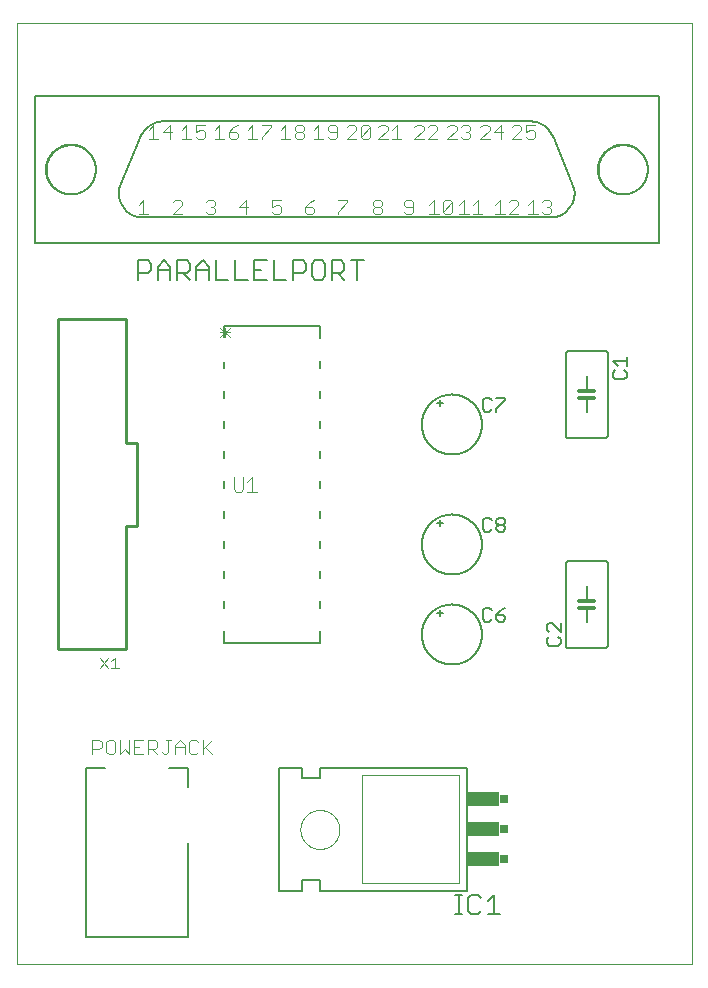
<source format=gto>
G75*
%MOIN*%
%OFA0B0*%
%FSLAX25Y25*%
%IPPOS*%
%LPD*%
%AMOC8*
5,1,8,0,0,1.08239X$1,22.5*
%
%ADD10C,0.00000*%
%ADD11C,0.01200*%
%ADD12C,0.00600*%
%ADD13C,0.00500*%
%ADD14C,0.00200*%
%ADD15R,0.02500X0.03000*%
%ADD16R,0.11000X0.05000*%
%ADD17C,0.00700*%
%ADD18C,0.00400*%
%ADD19C,0.00800*%
%ADD20C,0.00300*%
%ADD21C,0.01000*%
D10*
X0001800Y0001800D02*
X0001800Y0315501D01*
X0226721Y0315501D01*
X0226721Y0001800D01*
X0001800Y0001800D01*
X0096300Y0046800D02*
X0096302Y0046961D01*
X0096308Y0047121D01*
X0096318Y0047282D01*
X0096332Y0047442D01*
X0096350Y0047602D01*
X0096371Y0047761D01*
X0096397Y0047920D01*
X0096427Y0048078D01*
X0096460Y0048235D01*
X0096498Y0048392D01*
X0096539Y0048547D01*
X0096584Y0048701D01*
X0096633Y0048854D01*
X0096686Y0049006D01*
X0096742Y0049157D01*
X0096803Y0049306D01*
X0096866Y0049454D01*
X0096934Y0049600D01*
X0097005Y0049744D01*
X0097079Y0049886D01*
X0097157Y0050027D01*
X0097239Y0050165D01*
X0097324Y0050302D01*
X0097412Y0050436D01*
X0097504Y0050568D01*
X0097599Y0050698D01*
X0097697Y0050826D01*
X0097798Y0050951D01*
X0097902Y0051073D01*
X0098009Y0051193D01*
X0098119Y0051310D01*
X0098232Y0051425D01*
X0098348Y0051536D01*
X0098467Y0051645D01*
X0098588Y0051750D01*
X0098712Y0051853D01*
X0098838Y0051953D01*
X0098966Y0052049D01*
X0099097Y0052142D01*
X0099231Y0052232D01*
X0099366Y0052319D01*
X0099504Y0052402D01*
X0099643Y0052482D01*
X0099785Y0052558D01*
X0099928Y0052631D01*
X0100073Y0052700D01*
X0100220Y0052766D01*
X0100368Y0052828D01*
X0100518Y0052886D01*
X0100669Y0052941D01*
X0100822Y0052992D01*
X0100976Y0053039D01*
X0101131Y0053082D01*
X0101287Y0053121D01*
X0101443Y0053157D01*
X0101601Y0053188D01*
X0101759Y0053216D01*
X0101918Y0053240D01*
X0102078Y0053260D01*
X0102238Y0053276D01*
X0102398Y0053288D01*
X0102559Y0053296D01*
X0102720Y0053300D01*
X0102880Y0053300D01*
X0103041Y0053296D01*
X0103202Y0053288D01*
X0103362Y0053276D01*
X0103522Y0053260D01*
X0103682Y0053240D01*
X0103841Y0053216D01*
X0103999Y0053188D01*
X0104157Y0053157D01*
X0104313Y0053121D01*
X0104469Y0053082D01*
X0104624Y0053039D01*
X0104778Y0052992D01*
X0104931Y0052941D01*
X0105082Y0052886D01*
X0105232Y0052828D01*
X0105380Y0052766D01*
X0105527Y0052700D01*
X0105672Y0052631D01*
X0105815Y0052558D01*
X0105957Y0052482D01*
X0106096Y0052402D01*
X0106234Y0052319D01*
X0106369Y0052232D01*
X0106503Y0052142D01*
X0106634Y0052049D01*
X0106762Y0051953D01*
X0106888Y0051853D01*
X0107012Y0051750D01*
X0107133Y0051645D01*
X0107252Y0051536D01*
X0107368Y0051425D01*
X0107481Y0051310D01*
X0107591Y0051193D01*
X0107698Y0051073D01*
X0107802Y0050951D01*
X0107903Y0050826D01*
X0108001Y0050698D01*
X0108096Y0050568D01*
X0108188Y0050436D01*
X0108276Y0050302D01*
X0108361Y0050165D01*
X0108443Y0050027D01*
X0108521Y0049886D01*
X0108595Y0049744D01*
X0108666Y0049600D01*
X0108734Y0049454D01*
X0108797Y0049306D01*
X0108858Y0049157D01*
X0108914Y0049006D01*
X0108967Y0048854D01*
X0109016Y0048701D01*
X0109061Y0048547D01*
X0109102Y0048392D01*
X0109140Y0048235D01*
X0109173Y0048078D01*
X0109203Y0047920D01*
X0109229Y0047761D01*
X0109250Y0047602D01*
X0109268Y0047442D01*
X0109282Y0047282D01*
X0109292Y0047121D01*
X0109298Y0046961D01*
X0109300Y0046800D01*
X0109298Y0046639D01*
X0109292Y0046479D01*
X0109282Y0046318D01*
X0109268Y0046158D01*
X0109250Y0045998D01*
X0109229Y0045839D01*
X0109203Y0045680D01*
X0109173Y0045522D01*
X0109140Y0045365D01*
X0109102Y0045208D01*
X0109061Y0045053D01*
X0109016Y0044899D01*
X0108967Y0044746D01*
X0108914Y0044594D01*
X0108858Y0044443D01*
X0108797Y0044294D01*
X0108734Y0044146D01*
X0108666Y0044000D01*
X0108595Y0043856D01*
X0108521Y0043714D01*
X0108443Y0043573D01*
X0108361Y0043435D01*
X0108276Y0043298D01*
X0108188Y0043164D01*
X0108096Y0043032D01*
X0108001Y0042902D01*
X0107903Y0042774D01*
X0107802Y0042649D01*
X0107698Y0042527D01*
X0107591Y0042407D01*
X0107481Y0042290D01*
X0107368Y0042175D01*
X0107252Y0042064D01*
X0107133Y0041955D01*
X0107012Y0041850D01*
X0106888Y0041747D01*
X0106762Y0041647D01*
X0106634Y0041551D01*
X0106503Y0041458D01*
X0106369Y0041368D01*
X0106234Y0041281D01*
X0106096Y0041198D01*
X0105957Y0041118D01*
X0105815Y0041042D01*
X0105672Y0040969D01*
X0105527Y0040900D01*
X0105380Y0040834D01*
X0105232Y0040772D01*
X0105082Y0040714D01*
X0104931Y0040659D01*
X0104778Y0040608D01*
X0104624Y0040561D01*
X0104469Y0040518D01*
X0104313Y0040479D01*
X0104157Y0040443D01*
X0103999Y0040412D01*
X0103841Y0040384D01*
X0103682Y0040360D01*
X0103522Y0040340D01*
X0103362Y0040324D01*
X0103202Y0040312D01*
X0103041Y0040304D01*
X0102880Y0040300D01*
X0102720Y0040300D01*
X0102559Y0040304D01*
X0102398Y0040312D01*
X0102238Y0040324D01*
X0102078Y0040340D01*
X0101918Y0040360D01*
X0101759Y0040384D01*
X0101601Y0040412D01*
X0101443Y0040443D01*
X0101287Y0040479D01*
X0101131Y0040518D01*
X0100976Y0040561D01*
X0100822Y0040608D01*
X0100669Y0040659D01*
X0100518Y0040714D01*
X0100368Y0040772D01*
X0100220Y0040834D01*
X0100073Y0040900D01*
X0099928Y0040969D01*
X0099785Y0041042D01*
X0099643Y0041118D01*
X0099504Y0041198D01*
X0099366Y0041281D01*
X0099231Y0041368D01*
X0099097Y0041458D01*
X0098966Y0041551D01*
X0098838Y0041647D01*
X0098712Y0041747D01*
X0098588Y0041850D01*
X0098467Y0041955D01*
X0098348Y0042064D01*
X0098232Y0042175D01*
X0098119Y0042290D01*
X0098009Y0042407D01*
X0097902Y0042527D01*
X0097798Y0042649D01*
X0097697Y0042774D01*
X0097599Y0042902D01*
X0097504Y0043032D01*
X0097412Y0043164D01*
X0097324Y0043298D01*
X0097239Y0043435D01*
X0097157Y0043573D01*
X0097079Y0043714D01*
X0097005Y0043856D01*
X0096934Y0044000D01*
X0096866Y0044146D01*
X0096803Y0044294D01*
X0096742Y0044443D01*
X0096686Y0044594D01*
X0096633Y0044746D01*
X0096584Y0044899D01*
X0096539Y0045053D01*
X0096498Y0045208D01*
X0096460Y0045365D01*
X0096427Y0045522D01*
X0096397Y0045680D01*
X0096371Y0045839D01*
X0096350Y0045998D01*
X0096332Y0046158D01*
X0096318Y0046318D01*
X0096308Y0046479D01*
X0096302Y0046639D01*
X0096300Y0046800D01*
X0011700Y0266800D02*
X0011702Y0266999D01*
X0011710Y0267197D01*
X0011722Y0267396D01*
X0011739Y0267594D01*
X0011761Y0267792D01*
X0011788Y0267989D01*
X0011819Y0268185D01*
X0011856Y0268380D01*
X0011897Y0268575D01*
X0011943Y0268768D01*
X0011993Y0268960D01*
X0012049Y0269151D01*
X0012109Y0269341D01*
X0012173Y0269529D01*
X0012243Y0269715D01*
X0012317Y0269900D01*
X0012395Y0270082D01*
X0012478Y0270263D01*
X0012565Y0270442D01*
X0012656Y0270618D01*
X0012752Y0270792D01*
X0012852Y0270964D01*
X0012957Y0271133D01*
X0013065Y0271300D01*
X0013178Y0271464D01*
X0013294Y0271625D01*
X0013414Y0271783D01*
X0013539Y0271939D01*
X0013667Y0272091D01*
X0013798Y0272240D01*
X0013934Y0272385D01*
X0014072Y0272528D01*
X0014215Y0272666D01*
X0014360Y0272802D01*
X0014509Y0272933D01*
X0014661Y0273061D01*
X0014817Y0273186D01*
X0014975Y0273306D01*
X0015136Y0273422D01*
X0015300Y0273535D01*
X0015467Y0273643D01*
X0015636Y0273748D01*
X0015808Y0273848D01*
X0015982Y0273944D01*
X0016158Y0274035D01*
X0016337Y0274122D01*
X0016518Y0274205D01*
X0016700Y0274283D01*
X0016885Y0274357D01*
X0017071Y0274427D01*
X0017259Y0274491D01*
X0017449Y0274551D01*
X0017640Y0274607D01*
X0017832Y0274657D01*
X0018025Y0274703D01*
X0018220Y0274744D01*
X0018415Y0274781D01*
X0018611Y0274812D01*
X0018808Y0274839D01*
X0019006Y0274861D01*
X0019204Y0274878D01*
X0019403Y0274890D01*
X0019601Y0274898D01*
X0019800Y0274900D01*
X0019999Y0274898D01*
X0020197Y0274890D01*
X0020396Y0274878D01*
X0020594Y0274861D01*
X0020792Y0274839D01*
X0020989Y0274812D01*
X0021185Y0274781D01*
X0021380Y0274744D01*
X0021575Y0274703D01*
X0021768Y0274657D01*
X0021960Y0274607D01*
X0022151Y0274551D01*
X0022341Y0274491D01*
X0022529Y0274427D01*
X0022715Y0274357D01*
X0022900Y0274283D01*
X0023082Y0274205D01*
X0023263Y0274122D01*
X0023442Y0274035D01*
X0023618Y0273944D01*
X0023792Y0273848D01*
X0023964Y0273748D01*
X0024133Y0273643D01*
X0024300Y0273535D01*
X0024464Y0273422D01*
X0024625Y0273306D01*
X0024783Y0273186D01*
X0024939Y0273061D01*
X0025091Y0272933D01*
X0025240Y0272802D01*
X0025385Y0272666D01*
X0025528Y0272528D01*
X0025666Y0272385D01*
X0025802Y0272240D01*
X0025933Y0272091D01*
X0026061Y0271939D01*
X0026186Y0271783D01*
X0026306Y0271625D01*
X0026422Y0271464D01*
X0026535Y0271300D01*
X0026643Y0271133D01*
X0026748Y0270964D01*
X0026848Y0270792D01*
X0026944Y0270618D01*
X0027035Y0270442D01*
X0027122Y0270263D01*
X0027205Y0270082D01*
X0027283Y0269900D01*
X0027357Y0269715D01*
X0027427Y0269529D01*
X0027491Y0269341D01*
X0027551Y0269151D01*
X0027607Y0268960D01*
X0027657Y0268768D01*
X0027703Y0268575D01*
X0027744Y0268380D01*
X0027781Y0268185D01*
X0027812Y0267989D01*
X0027839Y0267792D01*
X0027861Y0267594D01*
X0027878Y0267396D01*
X0027890Y0267197D01*
X0027898Y0266999D01*
X0027900Y0266800D01*
X0027898Y0266601D01*
X0027890Y0266403D01*
X0027878Y0266204D01*
X0027861Y0266006D01*
X0027839Y0265808D01*
X0027812Y0265611D01*
X0027781Y0265415D01*
X0027744Y0265220D01*
X0027703Y0265025D01*
X0027657Y0264832D01*
X0027607Y0264640D01*
X0027551Y0264449D01*
X0027491Y0264259D01*
X0027427Y0264071D01*
X0027357Y0263885D01*
X0027283Y0263700D01*
X0027205Y0263518D01*
X0027122Y0263337D01*
X0027035Y0263158D01*
X0026944Y0262982D01*
X0026848Y0262808D01*
X0026748Y0262636D01*
X0026643Y0262467D01*
X0026535Y0262300D01*
X0026422Y0262136D01*
X0026306Y0261975D01*
X0026186Y0261817D01*
X0026061Y0261661D01*
X0025933Y0261509D01*
X0025802Y0261360D01*
X0025666Y0261215D01*
X0025528Y0261072D01*
X0025385Y0260934D01*
X0025240Y0260798D01*
X0025091Y0260667D01*
X0024939Y0260539D01*
X0024783Y0260414D01*
X0024625Y0260294D01*
X0024464Y0260178D01*
X0024300Y0260065D01*
X0024133Y0259957D01*
X0023964Y0259852D01*
X0023792Y0259752D01*
X0023618Y0259656D01*
X0023442Y0259565D01*
X0023263Y0259478D01*
X0023082Y0259395D01*
X0022900Y0259317D01*
X0022715Y0259243D01*
X0022529Y0259173D01*
X0022341Y0259109D01*
X0022151Y0259049D01*
X0021960Y0258993D01*
X0021768Y0258943D01*
X0021575Y0258897D01*
X0021380Y0258856D01*
X0021185Y0258819D01*
X0020989Y0258788D01*
X0020792Y0258761D01*
X0020594Y0258739D01*
X0020396Y0258722D01*
X0020197Y0258710D01*
X0019999Y0258702D01*
X0019800Y0258700D01*
X0019601Y0258702D01*
X0019403Y0258710D01*
X0019204Y0258722D01*
X0019006Y0258739D01*
X0018808Y0258761D01*
X0018611Y0258788D01*
X0018415Y0258819D01*
X0018220Y0258856D01*
X0018025Y0258897D01*
X0017832Y0258943D01*
X0017640Y0258993D01*
X0017449Y0259049D01*
X0017259Y0259109D01*
X0017071Y0259173D01*
X0016885Y0259243D01*
X0016700Y0259317D01*
X0016518Y0259395D01*
X0016337Y0259478D01*
X0016158Y0259565D01*
X0015982Y0259656D01*
X0015808Y0259752D01*
X0015636Y0259852D01*
X0015467Y0259957D01*
X0015300Y0260065D01*
X0015136Y0260178D01*
X0014975Y0260294D01*
X0014817Y0260414D01*
X0014661Y0260539D01*
X0014509Y0260667D01*
X0014360Y0260798D01*
X0014215Y0260934D01*
X0014072Y0261072D01*
X0013934Y0261215D01*
X0013798Y0261360D01*
X0013667Y0261509D01*
X0013539Y0261661D01*
X0013414Y0261817D01*
X0013294Y0261975D01*
X0013178Y0262136D01*
X0013065Y0262300D01*
X0012957Y0262467D01*
X0012852Y0262636D01*
X0012752Y0262808D01*
X0012656Y0262982D01*
X0012565Y0263158D01*
X0012478Y0263337D01*
X0012395Y0263518D01*
X0012317Y0263700D01*
X0012243Y0263885D01*
X0012173Y0264071D01*
X0012109Y0264259D01*
X0012049Y0264449D01*
X0011993Y0264640D01*
X0011943Y0264832D01*
X0011897Y0265025D01*
X0011856Y0265220D01*
X0011819Y0265415D01*
X0011788Y0265611D01*
X0011761Y0265808D01*
X0011739Y0266006D01*
X0011722Y0266204D01*
X0011710Y0266403D01*
X0011702Y0266601D01*
X0011700Y0266800D01*
X0195700Y0266800D02*
X0195702Y0266999D01*
X0195710Y0267197D01*
X0195722Y0267396D01*
X0195739Y0267594D01*
X0195761Y0267792D01*
X0195788Y0267989D01*
X0195819Y0268185D01*
X0195856Y0268380D01*
X0195897Y0268575D01*
X0195943Y0268768D01*
X0195993Y0268960D01*
X0196049Y0269151D01*
X0196109Y0269341D01*
X0196173Y0269529D01*
X0196243Y0269715D01*
X0196317Y0269900D01*
X0196395Y0270082D01*
X0196478Y0270263D01*
X0196565Y0270442D01*
X0196656Y0270618D01*
X0196752Y0270792D01*
X0196852Y0270964D01*
X0196957Y0271133D01*
X0197065Y0271300D01*
X0197178Y0271464D01*
X0197294Y0271625D01*
X0197414Y0271783D01*
X0197539Y0271939D01*
X0197667Y0272091D01*
X0197798Y0272240D01*
X0197934Y0272385D01*
X0198072Y0272528D01*
X0198215Y0272666D01*
X0198360Y0272802D01*
X0198509Y0272933D01*
X0198661Y0273061D01*
X0198817Y0273186D01*
X0198975Y0273306D01*
X0199136Y0273422D01*
X0199300Y0273535D01*
X0199467Y0273643D01*
X0199636Y0273748D01*
X0199808Y0273848D01*
X0199982Y0273944D01*
X0200158Y0274035D01*
X0200337Y0274122D01*
X0200518Y0274205D01*
X0200700Y0274283D01*
X0200885Y0274357D01*
X0201071Y0274427D01*
X0201259Y0274491D01*
X0201449Y0274551D01*
X0201640Y0274607D01*
X0201832Y0274657D01*
X0202025Y0274703D01*
X0202220Y0274744D01*
X0202415Y0274781D01*
X0202611Y0274812D01*
X0202808Y0274839D01*
X0203006Y0274861D01*
X0203204Y0274878D01*
X0203403Y0274890D01*
X0203601Y0274898D01*
X0203800Y0274900D01*
X0203999Y0274898D01*
X0204197Y0274890D01*
X0204396Y0274878D01*
X0204594Y0274861D01*
X0204792Y0274839D01*
X0204989Y0274812D01*
X0205185Y0274781D01*
X0205380Y0274744D01*
X0205575Y0274703D01*
X0205768Y0274657D01*
X0205960Y0274607D01*
X0206151Y0274551D01*
X0206341Y0274491D01*
X0206529Y0274427D01*
X0206715Y0274357D01*
X0206900Y0274283D01*
X0207082Y0274205D01*
X0207263Y0274122D01*
X0207442Y0274035D01*
X0207618Y0273944D01*
X0207792Y0273848D01*
X0207964Y0273748D01*
X0208133Y0273643D01*
X0208300Y0273535D01*
X0208464Y0273422D01*
X0208625Y0273306D01*
X0208783Y0273186D01*
X0208939Y0273061D01*
X0209091Y0272933D01*
X0209240Y0272802D01*
X0209385Y0272666D01*
X0209528Y0272528D01*
X0209666Y0272385D01*
X0209802Y0272240D01*
X0209933Y0272091D01*
X0210061Y0271939D01*
X0210186Y0271783D01*
X0210306Y0271625D01*
X0210422Y0271464D01*
X0210535Y0271300D01*
X0210643Y0271133D01*
X0210748Y0270964D01*
X0210848Y0270792D01*
X0210944Y0270618D01*
X0211035Y0270442D01*
X0211122Y0270263D01*
X0211205Y0270082D01*
X0211283Y0269900D01*
X0211357Y0269715D01*
X0211427Y0269529D01*
X0211491Y0269341D01*
X0211551Y0269151D01*
X0211607Y0268960D01*
X0211657Y0268768D01*
X0211703Y0268575D01*
X0211744Y0268380D01*
X0211781Y0268185D01*
X0211812Y0267989D01*
X0211839Y0267792D01*
X0211861Y0267594D01*
X0211878Y0267396D01*
X0211890Y0267197D01*
X0211898Y0266999D01*
X0211900Y0266800D01*
X0211898Y0266601D01*
X0211890Y0266403D01*
X0211878Y0266204D01*
X0211861Y0266006D01*
X0211839Y0265808D01*
X0211812Y0265611D01*
X0211781Y0265415D01*
X0211744Y0265220D01*
X0211703Y0265025D01*
X0211657Y0264832D01*
X0211607Y0264640D01*
X0211551Y0264449D01*
X0211491Y0264259D01*
X0211427Y0264071D01*
X0211357Y0263885D01*
X0211283Y0263700D01*
X0211205Y0263518D01*
X0211122Y0263337D01*
X0211035Y0263158D01*
X0210944Y0262982D01*
X0210848Y0262808D01*
X0210748Y0262636D01*
X0210643Y0262467D01*
X0210535Y0262300D01*
X0210422Y0262136D01*
X0210306Y0261975D01*
X0210186Y0261817D01*
X0210061Y0261661D01*
X0209933Y0261509D01*
X0209802Y0261360D01*
X0209666Y0261215D01*
X0209528Y0261072D01*
X0209385Y0260934D01*
X0209240Y0260798D01*
X0209091Y0260667D01*
X0208939Y0260539D01*
X0208783Y0260414D01*
X0208625Y0260294D01*
X0208464Y0260178D01*
X0208300Y0260065D01*
X0208133Y0259957D01*
X0207964Y0259852D01*
X0207792Y0259752D01*
X0207618Y0259656D01*
X0207442Y0259565D01*
X0207263Y0259478D01*
X0207082Y0259395D01*
X0206900Y0259317D01*
X0206715Y0259243D01*
X0206529Y0259173D01*
X0206341Y0259109D01*
X0206151Y0259049D01*
X0205960Y0258993D01*
X0205768Y0258943D01*
X0205575Y0258897D01*
X0205380Y0258856D01*
X0205185Y0258819D01*
X0204989Y0258788D01*
X0204792Y0258761D01*
X0204594Y0258739D01*
X0204396Y0258722D01*
X0204197Y0258710D01*
X0203999Y0258702D01*
X0203800Y0258700D01*
X0203601Y0258702D01*
X0203403Y0258710D01*
X0203204Y0258722D01*
X0203006Y0258739D01*
X0202808Y0258761D01*
X0202611Y0258788D01*
X0202415Y0258819D01*
X0202220Y0258856D01*
X0202025Y0258897D01*
X0201832Y0258943D01*
X0201640Y0258993D01*
X0201449Y0259049D01*
X0201259Y0259109D01*
X0201071Y0259173D01*
X0200885Y0259243D01*
X0200700Y0259317D01*
X0200518Y0259395D01*
X0200337Y0259478D01*
X0200158Y0259565D01*
X0199982Y0259656D01*
X0199808Y0259752D01*
X0199636Y0259852D01*
X0199467Y0259957D01*
X0199300Y0260065D01*
X0199136Y0260178D01*
X0198975Y0260294D01*
X0198817Y0260414D01*
X0198661Y0260539D01*
X0198509Y0260667D01*
X0198360Y0260798D01*
X0198215Y0260934D01*
X0198072Y0261072D01*
X0197934Y0261215D01*
X0197798Y0261360D01*
X0197667Y0261509D01*
X0197539Y0261661D01*
X0197414Y0261817D01*
X0197294Y0261975D01*
X0197178Y0262136D01*
X0197065Y0262300D01*
X0196957Y0262467D01*
X0196852Y0262636D01*
X0196752Y0262808D01*
X0196656Y0262982D01*
X0196565Y0263158D01*
X0196478Y0263337D01*
X0196395Y0263518D01*
X0196317Y0263700D01*
X0196243Y0263885D01*
X0196173Y0264071D01*
X0196109Y0264259D01*
X0196049Y0264449D01*
X0195993Y0264640D01*
X0195943Y0264832D01*
X0195897Y0265025D01*
X0195856Y0265220D01*
X0195819Y0265415D01*
X0195788Y0265611D01*
X0195761Y0265808D01*
X0195739Y0266006D01*
X0195722Y0266204D01*
X0195710Y0266403D01*
X0195702Y0266601D01*
X0195700Y0266800D01*
D11*
X0194300Y0193000D02*
X0191800Y0193000D01*
X0189300Y0193000D01*
X0189300Y0190500D02*
X0191800Y0190500D01*
X0194300Y0190500D01*
X0194300Y0123100D02*
X0191800Y0123100D01*
X0189300Y0123100D01*
X0189300Y0120600D02*
X0191800Y0120600D01*
X0194300Y0120600D01*
D12*
X0191800Y0120600D02*
X0191800Y0115800D01*
X0191800Y0123100D02*
X0191800Y0127800D01*
X0184800Y0135300D02*
X0184802Y0135360D01*
X0184807Y0135421D01*
X0184816Y0135480D01*
X0184829Y0135539D01*
X0184845Y0135598D01*
X0184865Y0135655D01*
X0184888Y0135710D01*
X0184915Y0135765D01*
X0184944Y0135817D01*
X0184977Y0135868D01*
X0185013Y0135917D01*
X0185051Y0135963D01*
X0185093Y0136007D01*
X0185137Y0136049D01*
X0185183Y0136087D01*
X0185232Y0136123D01*
X0185283Y0136156D01*
X0185335Y0136185D01*
X0185390Y0136212D01*
X0185445Y0136235D01*
X0185502Y0136255D01*
X0185561Y0136271D01*
X0185620Y0136284D01*
X0185679Y0136293D01*
X0185740Y0136298D01*
X0185800Y0136300D01*
X0197800Y0136300D01*
X0197860Y0136298D01*
X0197921Y0136293D01*
X0197980Y0136284D01*
X0198039Y0136271D01*
X0198098Y0136255D01*
X0198155Y0136235D01*
X0198210Y0136212D01*
X0198265Y0136185D01*
X0198317Y0136156D01*
X0198368Y0136123D01*
X0198417Y0136087D01*
X0198463Y0136049D01*
X0198507Y0136007D01*
X0198549Y0135963D01*
X0198587Y0135917D01*
X0198623Y0135868D01*
X0198656Y0135817D01*
X0198685Y0135765D01*
X0198712Y0135710D01*
X0198735Y0135655D01*
X0198755Y0135598D01*
X0198771Y0135539D01*
X0198784Y0135480D01*
X0198793Y0135421D01*
X0198798Y0135360D01*
X0198800Y0135300D01*
X0198800Y0108300D01*
X0198798Y0108240D01*
X0198793Y0108179D01*
X0198784Y0108120D01*
X0198771Y0108061D01*
X0198755Y0108002D01*
X0198735Y0107945D01*
X0198712Y0107890D01*
X0198685Y0107835D01*
X0198656Y0107783D01*
X0198623Y0107732D01*
X0198587Y0107683D01*
X0198549Y0107637D01*
X0198507Y0107593D01*
X0198463Y0107551D01*
X0198417Y0107513D01*
X0198368Y0107477D01*
X0198317Y0107444D01*
X0198265Y0107415D01*
X0198210Y0107388D01*
X0198155Y0107365D01*
X0198098Y0107345D01*
X0198039Y0107329D01*
X0197980Y0107316D01*
X0197921Y0107307D01*
X0197860Y0107302D01*
X0197800Y0107300D01*
X0185800Y0107300D01*
X0185740Y0107302D01*
X0185679Y0107307D01*
X0185620Y0107316D01*
X0185561Y0107329D01*
X0185502Y0107345D01*
X0185445Y0107365D01*
X0185390Y0107388D01*
X0185335Y0107415D01*
X0185283Y0107444D01*
X0185232Y0107477D01*
X0185183Y0107513D01*
X0185137Y0107551D01*
X0185093Y0107593D01*
X0185051Y0107637D01*
X0185013Y0107683D01*
X0184977Y0107732D01*
X0184944Y0107783D01*
X0184915Y0107835D01*
X0184888Y0107890D01*
X0184865Y0107945D01*
X0184845Y0108002D01*
X0184829Y0108061D01*
X0184816Y0108120D01*
X0184807Y0108179D01*
X0184802Y0108240D01*
X0184800Y0108300D01*
X0184800Y0135300D01*
X0185800Y0177300D02*
X0197800Y0177300D01*
X0197860Y0177302D01*
X0197921Y0177307D01*
X0197980Y0177316D01*
X0198039Y0177329D01*
X0198098Y0177345D01*
X0198155Y0177365D01*
X0198210Y0177388D01*
X0198265Y0177415D01*
X0198317Y0177444D01*
X0198368Y0177477D01*
X0198417Y0177513D01*
X0198463Y0177551D01*
X0198507Y0177593D01*
X0198549Y0177637D01*
X0198587Y0177683D01*
X0198623Y0177732D01*
X0198656Y0177783D01*
X0198685Y0177835D01*
X0198712Y0177890D01*
X0198735Y0177945D01*
X0198755Y0178002D01*
X0198771Y0178061D01*
X0198784Y0178120D01*
X0198793Y0178179D01*
X0198798Y0178240D01*
X0198800Y0178300D01*
X0198800Y0205300D01*
X0198798Y0205360D01*
X0198793Y0205421D01*
X0198784Y0205480D01*
X0198771Y0205539D01*
X0198755Y0205598D01*
X0198735Y0205655D01*
X0198712Y0205710D01*
X0198685Y0205765D01*
X0198656Y0205817D01*
X0198623Y0205868D01*
X0198587Y0205917D01*
X0198549Y0205963D01*
X0198507Y0206007D01*
X0198463Y0206049D01*
X0198417Y0206087D01*
X0198368Y0206123D01*
X0198317Y0206156D01*
X0198265Y0206185D01*
X0198210Y0206212D01*
X0198155Y0206235D01*
X0198098Y0206255D01*
X0198039Y0206271D01*
X0197980Y0206284D01*
X0197921Y0206293D01*
X0197860Y0206298D01*
X0197800Y0206300D01*
X0185800Y0206300D01*
X0185740Y0206298D01*
X0185679Y0206293D01*
X0185620Y0206284D01*
X0185561Y0206271D01*
X0185502Y0206255D01*
X0185445Y0206235D01*
X0185390Y0206212D01*
X0185335Y0206185D01*
X0185283Y0206156D01*
X0185232Y0206123D01*
X0185183Y0206087D01*
X0185137Y0206049D01*
X0185093Y0206007D01*
X0185051Y0205963D01*
X0185013Y0205917D01*
X0184977Y0205868D01*
X0184944Y0205817D01*
X0184915Y0205765D01*
X0184888Y0205710D01*
X0184865Y0205655D01*
X0184845Y0205598D01*
X0184829Y0205539D01*
X0184816Y0205480D01*
X0184807Y0205421D01*
X0184802Y0205360D01*
X0184800Y0205300D01*
X0184800Y0178300D01*
X0184802Y0178240D01*
X0184807Y0178179D01*
X0184816Y0178120D01*
X0184829Y0178061D01*
X0184845Y0178002D01*
X0184865Y0177945D01*
X0184888Y0177890D01*
X0184915Y0177835D01*
X0184944Y0177783D01*
X0184977Y0177732D01*
X0185013Y0177683D01*
X0185051Y0177637D01*
X0185093Y0177593D01*
X0185137Y0177551D01*
X0185183Y0177513D01*
X0185232Y0177477D01*
X0185283Y0177444D01*
X0185335Y0177415D01*
X0185390Y0177388D01*
X0185445Y0177365D01*
X0185502Y0177345D01*
X0185561Y0177329D01*
X0185620Y0177316D01*
X0185679Y0177307D01*
X0185740Y0177302D01*
X0185800Y0177300D01*
X0191800Y0185800D02*
X0191800Y0190500D01*
X0191800Y0193000D02*
X0191800Y0197800D01*
X0136800Y0181800D02*
X0136803Y0182045D01*
X0136812Y0182291D01*
X0136827Y0182536D01*
X0136848Y0182780D01*
X0136875Y0183024D01*
X0136908Y0183267D01*
X0136947Y0183510D01*
X0136992Y0183751D01*
X0137043Y0183991D01*
X0137100Y0184230D01*
X0137162Y0184467D01*
X0137231Y0184703D01*
X0137305Y0184937D01*
X0137385Y0185169D01*
X0137470Y0185399D01*
X0137561Y0185627D01*
X0137658Y0185852D01*
X0137760Y0186076D01*
X0137868Y0186296D01*
X0137981Y0186514D01*
X0138099Y0186729D01*
X0138223Y0186941D01*
X0138351Y0187150D01*
X0138485Y0187356D01*
X0138624Y0187558D01*
X0138768Y0187757D01*
X0138917Y0187952D01*
X0139070Y0188144D01*
X0139228Y0188332D01*
X0139390Y0188516D01*
X0139558Y0188695D01*
X0139729Y0188871D01*
X0139905Y0189042D01*
X0140084Y0189210D01*
X0140268Y0189372D01*
X0140456Y0189530D01*
X0140648Y0189683D01*
X0140843Y0189832D01*
X0141042Y0189976D01*
X0141244Y0190115D01*
X0141450Y0190249D01*
X0141659Y0190377D01*
X0141871Y0190501D01*
X0142086Y0190619D01*
X0142304Y0190732D01*
X0142524Y0190840D01*
X0142748Y0190942D01*
X0142973Y0191039D01*
X0143201Y0191130D01*
X0143431Y0191215D01*
X0143663Y0191295D01*
X0143897Y0191369D01*
X0144133Y0191438D01*
X0144370Y0191500D01*
X0144609Y0191557D01*
X0144849Y0191608D01*
X0145090Y0191653D01*
X0145333Y0191692D01*
X0145576Y0191725D01*
X0145820Y0191752D01*
X0146064Y0191773D01*
X0146309Y0191788D01*
X0146555Y0191797D01*
X0146800Y0191800D01*
X0147045Y0191797D01*
X0147291Y0191788D01*
X0147536Y0191773D01*
X0147780Y0191752D01*
X0148024Y0191725D01*
X0148267Y0191692D01*
X0148510Y0191653D01*
X0148751Y0191608D01*
X0148991Y0191557D01*
X0149230Y0191500D01*
X0149467Y0191438D01*
X0149703Y0191369D01*
X0149937Y0191295D01*
X0150169Y0191215D01*
X0150399Y0191130D01*
X0150627Y0191039D01*
X0150852Y0190942D01*
X0151076Y0190840D01*
X0151296Y0190732D01*
X0151514Y0190619D01*
X0151729Y0190501D01*
X0151941Y0190377D01*
X0152150Y0190249D01*
X0152356Y0190115D01*
X0152558Y0189976D01*
X0152757Y0189832D01*
X0152952Y0189683D01*
X0153144Y0189530D01*
X0153332Y0189372D01*
X0153516Y0189210D01*
X0153695Y0189042D01*
X0153871Y0188871D01*
X0154042Y0188695D01*
X0154210Y0188516D01*
X0154372Y0188332D01*
X0154530Y0188144D01*
X0154683Y0187952D01*
X0154832Y0187757D01*
X0154976Y0187558D01*
X0155115Y0187356D01*
X0155249Y0187150D01*
X0155377Y0186941D01*
X0155501Y0186729D01*
X0155619Y0186514D01*
X0155732Y0186296D01*
X0155840Y0186076D01*
X0155942Y0185852D01*
X0156039Y0185627D01*
X0156130Y0185399D01*
X0156215Y0185169D01*
X0156295Y0184937D01*
X0156369Y0184703D01*
X0156438Y0184467D01*
X0156500Y0184230D01*
X0156557Y0183991D01*
X0156608Y0183751D01*
X0156653Y0183510D01*
X0156692Y0183267D01*
X0156725Y0183024D01*
X0156752Y0182780D01*
X0156773Y0182536D01*
X0156788Y0182291D01*
X0156797Y0182045D01*
X0156800Y0181800D01*
X0156797Y0181555D01*
X0156788Y0181309D01*
X0156773Y0181064D01*
X0156752Y0180820D01*
X0156725Y0180576D01*
X0156692Y0180333D01*
X0156653Y0180090D01*
X0156608Y0179849D01*
X0156557Y0179609D01*
X0156500Y0179370D01*
X0156438Y0179133D01*
X0156369Y0178897D01*
X0156295Y0178663D01*
X0156215Y0178431D01*
X0156130Y0178201D01*
X0156039Y0177973D01*
X0155942Y0177748D01*
X0155840Y0177524D01*
X0155732Y0177304D01*
X0155619Y0177086D01*
X0155501Y0176871D01*
X0155377Y0176659D01*
X0155249Y0176450D01*
X0155115Y0176244D01*
X0154976Y0176042D01*
X0154832Y0175843D01*
X0154683Y0175648D01*
X0154530Y0175456D01*
X0154372Y0175268D01*
X0154210Y0175084D01*
X0154042Y0174905D01*
X0153871Y0174729D01*
X0153695Y0174558D01*
X0153516Y0174390D01*
X0153332Y0174228D01*
X0153144Y0174070D01*
X0152952Y0173917D01*
X0152757Y0173768D01*
X0152558Y0173624D01*
X0152356Y0173485D01*
X0152150Y0173351D01*
X0151941Y0173223D01*
X0151729Y0173099D01*
X0151514Y0172981D01*
X0151296Y0172868D01*
X0151076Y0172760D01*
X0150852Y0172658D01*
X0150627Y0172561D01*
X0150399Y0172470D01*
X0150169Y0172385D01*
X0149937Y0172305D01*
X0149703Y0172231D01*
X0149467Y0172162D01*
X0149230Y0172100D01*
X0148991Y0172043D01*
X0148751Y0171992D01*
X0148510Y0171947D01*
X0148267Y0171908D01*
X0148024Y0171875D01*
X0147780Y0171848D01*
X0147536Y0171827D01*
X0147291Y0171812D01*
X0147045Y0171803D01*
X0146800Y0171800D01*
X0146555Y0171803D01*
X0146309Y0171812D01*
X0146064Y0171827D01*
X0145820Y0171848D01*
X0145576Y0171875D01*
X0145333Y0171908D01*
X0145090Y0171947D01*
X0144849Y0171992D01*
X0144609Y0172043D01*
X0144370Y0172100D01*
X0144133Y0172162D01*
X0143897Y0172231D01*
X0143663Y0172305D01*
X0143431Y0172385D01*
X0143201Y0172470D01*
X0142973Y0172561D01*
X0142748Y0172658D01*
X0142524Y0172760D01*
X0142304Y0172868D01*
X0142086Y0172981D01*
X0141871Y0173099D01*
X0141659Y0173223D01*
X0141450Y0173351D01*
X0141244Y0173485D01*
X0141042Y0173624D01*
X0140843Y0173768D01*
X0140648Y0173917D01*
X0140456Y0174070D01*
X0140268Y0174228D01*
X0140084Y0174390D01*
X0139905Y0174558D01*
X0139729Y0174729D01*
X0139558Y0174905D01*
X0139390Y0175084D01*
X0139228Y0175268D01*
X0139070Y0175456D01*
X0138917Y0175648D01*
X0138768Y0175843D01*
X0138624Y0176042D01*
X0138485Y0176244D01*
X0138351Y0176450D01*
X0138223Y0176659D01*
X0138099Y0176871D01*
X0137981Y0177086D01*
X0137868Y0177304D01*
X0137760Y0177524D01*
X0137658Y0177748D01*
X0137561Y0177973D01*
X0137470Y0178201D01*
X0137385Y0178431D01*
X0137305Y0178663D01*
X0137231Y0178897D01*
X0137162Y0179133D01*
X0137100Y0179370D01*
X0137043Y0179609D01*
X0136992Y0179849D01*
X0136947Y0180090D01*
X0136908Y0180333D01*
X0136875Y0180576D01*
X0136848Y0180820D01*
X0136827Y0181064D01*
X0136812Y0181309D01*
X0136803Y0181555D01*
X0136800Y0181800D01*
X0142800Y0187800D02*
X0142800Y0189800D01*
X0141800Y0188800D02*
X0143800Y0188800D01*
X0142800Y0149800D02*
X0142800Y0147800D01*
X0141800Y0148800D02*
X0143800Y0148800D01*
X0136800Y0141800D02*
X0136803Y0142045D01*
X0136812Y0142291D01*
X0136827Y0142536D01*
X0136848Y0142780D01*
X0136875Y0143024D01*
X0136908Y0143267D01*
X0136947Y0143510D01*
X0136992Y0143751D01*
X0137043Y0143991D01*
X0137100Y0144230D01*
X0137162Y0144467D01*
X0137231Y0144703D01*
X0137305Y0144937D01*
X0137385Y0145169D01*
X0137470Y0145399D01*
X0137561Y0145627D01*
X0137658Y0145852D01*
X0137760Y0146076D01*
X0137868Y0146296D01*
X0137981Y0146514D01*
X0138099Y0146729D01*
X0138223Y0146941D01*
X0138351Y0147150D01*
X0138485Y0147356D01*
X0138624Y0147558D01*
X0138768Y0147757D01*
X0138917Y0147952D01*
X0139070Y0148144D01*
X0139228Y0148332D01*
X0139390Y0148516D01*
X0139558Y0148695D01*
X0139729Y0148871D01*
X0139905Y0149042D01*
X0140084Y0149210D01*
X0140268Y0149372D01*
X0140456Y0149530D01*
X0140648Y0149683D01*
X0140843Y0149832D01*
X0141042Y0149976D01*
X0141244Y0150115D01*
X0141450Y0150249D01*
X0141659Y0150377D01*
X0141871Y0150501D01*
X0142086Y0150619D01*
X0142304Y0150732D01*
X0142524Y0150840D01*
X0142748Y0150942D01*
X0142973Y0151039D01*
X0143201Y0151130D01*
X0143431Y0151215D01*
X0143663Y0151295D01*
X0143897Y0151369D01*
X0144133Y0151438D01*
X0144370Y0151500D01*
X0144609Y0151557D01*
X0144849Y0151608D01*
X0145090Y0151653D01*
X0145333Y0151692D01*
X0145576Y0151725D01*
X0145820Y0151752D01*
X0146064Y0151773D01*
X0146309Y0151788D01*
X0146555Y0151797D01*
X0146800Y0151800D01*
X0147045Y0151797D01*
X0147291Y0151788D01*
X0147536Y0151773D01*
X0147780Y0151752D01*
X0148024Y0151725D01*
X0148267Y0151692D01*
X0148510Y0151653D01*
X0148751Y0151608D01*
X0148991Y0151557D01*
X0149230Y0151500D01*
X0149467Y0151438D01*
X0149703Y0151369D01*
X0149937Y0151295D01*
X0150169Y0151215D01*
X0150399Y0151130D01*
X0150627Y0151039D01*
X0150852Y0150942D01*
X0151076Y0150840D01*
X0151296Y0150732D01*
X0151514Y0150619D01*
X0151729Y0150501D01*
X0151941Y0150377D01*
X0152150Y0150249D01*
X0152356Y0150115D01*
X0152558Y0149976D01*
X0152757Y0149832D01*
X0152952Y0149683D01*
X0153144Y0149530D01*
X0153332Y0149372D01*
X0153516Y0149210D01*
X0153695Y0149042D01*
X0153871Y0148871D01*
X0154042Y0148695D01*
X0154210Y0148516D01*
X0154372Y0148332D01*
X0154530Y0148144D01*
X0154683Y0147952D01*
X0154832Y0147757D01*
X0154976Y0147558D01*
X0155115Y0147356D01*
X0155249Y0147150D01*
X0155377Y0146941D01*
X0155501Y0146729D01*
X0155619Y0146514D01*
X0155732Y0146296D01*
X0155840Y0146076D01*
X0155942Y0145852D01*
X0156039Y0145627D01*
X0156130Y0145399D01*
X0156215Y0145169D01*
X0156295Y0144937D01*
X0156369Y0144703D01*
X0156438Y0144467D01*
X0156500Y0144230D01*
X0156557Y0143991D01*
X0156608Y0143751D01*
X0156653Y0143510D01*
X0156692Y0143267D01*
X0156725Y0143024D01*
X0156752Y0142780D01*
X0156773Y0142536D01*
X0156788Y0142291D01*
X0156797Y0142045D01*
X0156800Y0141800D01*
X0156797Y0141555D01*
X0156788Y0141309D01*
X0156773Y0141064D01*
X0156752Y0140820D01*
X0156725Y0140576D01*
X0156692Y0140333D01*
X0156653Y0140090D01*
X0156608Y0139849D01*
X0156557Y0139609D01*
X0156500Y0139370D01*
X0156438Y0139133D01*
X0156369Y0138897D01*
X0156295Y0138663D01*
X0156215Y0138431D01*
X0156130Y0138201D01*
X0156039Y0137973D01*
X0155942Y0137748D01*
X0155840Y0137524D01*
X0155732Y0137304D01*
X0155619Y0137086D01*
X0155501Y0136871D01*
X0155377Y0136659D01*
X0155249Y0136450D01*
X0155115Y0136244D01*
X0154976Y0136042D01*
X0154832Y0135843D01*
X0154683Y0135648D01*
X0154530Y0135456D01*
X0154372Y0135268D01*
X0154210Y0135084D01*
X0154042Y0134905D01*
X0153871Y0134729D01*
X0153695Y0134558D01*
X0153516Y0134390D01*
X0153332Y0134228D01*
X0153144Y0134070D01*
X0152952Y0133917D01*
X0152757Y0133768D01*
X0152558Y0133624D01*
X0152356Y0133485D01*
X0152150Y0133351D01*
X0151941Y0133223D01*
X0151729Y0133099D01*
X0151514Y0132981D01*
X0151296Y0132868D01*
X0151076Y0132760D01*
X0150852Y0132658D01*
X0150627Y0132561D01*
X0150399Y0132470D01*
X0150169Y0132385D01*
X0149937Y0132305D01*
X0149703Y0132231D01*
X0149467Y0132162D01*
X0149230Y0132100D01*
X0148991Y0132043D01*
X0148751Y0131992D01*
X0148510Y0131947D01*
X0148267Y0131908D01*
X0148024Y0131875D01*
X0147780Y0131848D01*
X0147536Y0131827D01*
X0147291Y0131812D01*
X0147045Y0131803D01*
X0146800Y0131800D01*
X0146555Y0131803D01*
X0146309Y0131812D01*
X0146064Y0131827D01*
X0145820Y0131848D01*
X0145576Y0131875D01*
X0145333Y0131908D01*
X0145090Y0131947D01*
X0144849Y0131992D01*
X0144609Y0132043D01*
X0144370Y0132100D01*
X0144133Y0132162D01*
X0143897Y0132231D01*
X0143663Y0132305D01*
X0143431Y0132385D01*
X0143201Y0132470D01*
X0142973Y0132561D01*
X0142748Y0132658D01*
X0142524Y0132760D01*
X0142304Y0132868D01*
X0142086Y0132981D01*
X0141871Y0133099D01*
X0141659Y0133223D01*
X0141450Y0133351D01*
X0141244Y0133485D01*
X0141042Y0133624D01*
X0140843Y0133768D01*
X0140648Y0133917D01*
X0140456Y0134070D01*
X0140268Y0134228D01*
X0140084Y0134390D01*
X0139905Y0134558D01*
X0139729Y0134729D01*
X0139558Y0134905D01*
X0139390Y0135084D01*
X0139228Y0135268D01*
X0139070Y0135456D01*
X0138917Y0135648D01*
X0138768Y0135843D01*
X0138624Y0136042D01*
X0138485Y0136244D01*
X0138351Y0136450D01*
X0138223Y0136659D01*
X0138099Y0136871D01*
X0137981Y0137086D01*
X0137868Y0137304D01*
X0137760Y0137524D01*
X0137658Y0137748D01*
X0137561Y0137973D01*
X0137470Y0138201D01*
X0137385Y0138431D01*
X0137305Y0138663D01*
X0137231Y0138897D01*
X0137162Y0139133D01*
X0137100Y0139370D01*
X0137043Y0139609D01*
X0136992Y0139849D01*
X0136947Y0140090D01*
X0136908Y0140333D01*
X0136875Y0140576D01*
X0136848Y0140820D01*
X0136827Y0141064D01*
X0136812Y0141309D01*
X0136803Y0141555D01*
X0136800Y0141800D01*
X0142800Y0119800D02*
X0142800Y0117800D01*
X0141800Y0118800D02*
X0143800Y0118800D01*
X0136800Y0111800D02*
X0136803Y0112045D01*
X0136812Y0112291D01*
X0136827Y0112536D01*
X0136848Y0112780D01*
X0136875Y0113024D01*
X0136908Y0113267D01*
X0136947Y0113510D01*
X0136992Y0113751D01*
X0137043Y0113991D01*
X0137100Y0114230D01*
X0137162Y0114467D01*
X0137231Y0114703D01*
X0137305Y0114937D01*
X0137385Y0115169D01*
X0137470Y0115399D01*
X0137561Y0115627D01*
X0137658Y0115852D01*
X0137760Y0116076D01*
X0137868Y0116296D01*
X0137981Y0116514D01*
X0138099Y0116729D01*
X0138223Y0116941D01*
X0138351Y0117150D01*
X0138485Y0117356D01*
X0138624Y0117558D01*
X0138768Y0117757D01*
X0138917Y0117952D01*
X0139070Y0118144D01*
X0139228Y0118332D01*
X0139390Y0118516D01*
X0139558Y0118695D01*
X0139729Y0118871D01*
X0139905Y0119042D01*
X0140084Y0119210D01*
X0140268Y0119372D01*
X0140456Y0119530D01*
X0140648Y0119683D01*
X0140843Y0119832D01*
X0141042Y0119976D01*
X0141244Y0120115D01*
X0141450Y0120249D01*
X0141659Y0120377D01*
X0141871Y0120501D01*
X0142086Y0120619D01*
X0142304Y0120732D01*
X0142524Y0120840D01*
X0142748Y0120942D01*
X0142973Y0121039D01*
X0143201Y0121130D01*
X0143431Y0121215D01*
X0143663Y0121295D01*
X0143897Y0121369D01*
X0144133Y0121438D01*
X0144370Y0121500D01*
X0144609Y0121557D01*
X0144849Y0121608D01*
X0145090Y0121653D01*
X0145333Y0121692D01*
X0145576Y0121725D01*
X0145820Y0121752D01*
X0146064Y0121773D01*
X0146309Y0121788D01*
X0146555Y0121797D01*
X0146800Y0121800D01*
X0147045Y0121797D01*
X0147291Y0121788D01*
X0147536Y0121773D01*
X0147780Y0121752D01*
X0148024Y0121725D01*
X0148267Y0121692D01*
X0148510Y0121653D01*
X0148751Y0121608D01*
X0148991Y0121557D01*
X0149230Y0121500D01*
X0149467Y0121438D01*
X0149703Y0121369D01*
X0149937Y0121295D01*
X0150169Y0121215D01*
X0150399Y0121130D01*
X0150627Y0121039D01*
X0150852Y0120942D01*
X0151076Y0120840D01*
X0151296Y0120732D01*
X0151514Y0120619D01*
X0151729Y0120501D01*
X0151941Y0120377D01*
X0152150Y0120249D01*
X0152356Y0120115D01*
X0152558Y0119976D01*
X0152757Y0119832D01*
X0152952Y0119683D01*
X0153144Y0119530D01*
X0153332Y0119372D01*
X0153516Y0119210D01*
X0153695Y0119042D01*
X0153871Y0118871D01*
X0154042Y0118695D01*
X0154210Y0118516D01*
X0154372Y0118332D01*
X0154530Y0118144D01*
X0154683Y0117952D01*
X0154832Y0117757D01*
X0154976Y0117558D01*
X0155115Y0117356D01*
X0155249Y0117150D01*
X0155377Y0116941D01*
X0155501Y0116729D01*
X0155619Y0116514D01*
X0155732Y0116296D01*
X0155840Y0116076D01*
X0155942Y0115852D01*
X0156039Y0115627D01*
X0156130Y0115399D01*
X0156215Y0115169D01*
X0156295Y0114937D01*
X0156369Y0114703D01*
X0156438Y0114467D01*
X0156500Y0114230D01*
X0156557Y0113991D01*
X0156608Y0113751D01*
X0156653Y0113510D01*
X0156692Y0113267D01*
X0156725Y0113024D01*
X0156752Y0112780D01*
X0156773Y0112536D01*
X0156788Y0112291D01*
X0156797Y0112045D01*
X0156800Y0111800D01*
X0156797Y0111555D01*
X0156788Y0111309D01*
X0156773Y0111064D01*
X0156752Y0110820D01*
X0156725Y0110576D01*
X0156692Y0110333D01*
X0156653Y0110090D01*
X0156608Y0109849D01*
X0156557Y0109609D01*
X0156500Y0109370D01*
X0156438Y0109133D01*
X0156369Y0108897D01*
X0156295Y0108663D01*
X0156215Y0108431D01*
X0156130Y0108201D01*
X0156039Y0107973D01*
X0155942Y0107748D01*
X0155840Y0107524D01*
X0155732Y0107304D01*
X0155619Y0107086D01*
X0155501Y0106871D01*
X0155377Y0106659D01*
X0155249Y0106450D01*
X0155115Y0106244D01*
X0154976Y0106042D01*
X0154832Y0105843D01*
X0154683Y0105648D01*
X0154530Y0105456D01*
X0154372Y0105268D01*
X0154210Y0105084D01*
X0154042Y0104905D01*
X0153871Y0104729D01*
X0153695Y0104558D01*
X0153516Y0104390D01*
X0153332Y0104228D01*
X0153144Y0104070D01*
X0152952Y0103917D01*
X0152757Y0103768D01*
X0152558Y0103624D01*
X0152356Y0103485D01*
X0152150Y0103351D01*
X0151941Y0103223D01*
X0151729Y0103099D01*
X0151514Y0102981D01*
X0151296Y0102868D01*
X0151076Y0102760D01*
X0150852Y0102658D01*
X0150627Y0102561D01*
X0150399Y0102470D01*
X0150169Y0102385D01*
X0149937Y0102305D01*
X0149703Y0102231D01*
X0149467Y0102162D01*
X0149230Y0102100D01*
X0148991Y0102043D01*
X0148751Y0101992D01*
X0148510Y0101947D01*
X0148267Y0101908D01*
X0148024Y0101875D01*
X0147780Y0101848D01*
X0147536Y0101827D01*
X0147291Y0101812D01*
X0147045Y0101803D01*
X0146800Y0101800D01*
X0146555Y0101803D01*
X0146309Y0101812D01*
X0146064Y0101827D01*
X0145820Y0101848D01*
X0145576Y0101875D01*
X0145333Y0101908D01*
X0145090Y0101947D01*
X0144849Y0101992D01*
X0144609Y0102043D01*
X0144370Y0102100D01*
X0144133Y0102162D01*
X0143897Y0102231D01*
X0143663Y0102305D01*
X0143431Y0102385D01*
X0143201Y0102470D01*
X0142973Y0102561D01*
X0142748Y0102658D01*
X0142524Y0102760D01*
X0142304Y0102868D01*
X0142086Y0102981D01*
X0141871Y0103099D01*
X0141659Y0103223D01*
X0141450Y0103351D01*
X0141244Y0103485D01*
X0141042Y0103624D01*
X0140843Y0103768D01*
X0140648Y0103917D01*
X0140456Y0104070D01*
X0140268Y0104228D01*
X0140084Y0104390D01*
X0139905Y0104558D01*
X0139729Y0104729D01*
X0139558Y0104905D01*
X0139390Y0105084D01*
X0139228Y0105268D01*
X0139070Y0105456D01*
X0138917Y0105648D01*
X0138768Y0105843D01*
X0138624Y0106042D01*
X0138485Y0106244D01*
X0138351Y0106450D01*
X0138223Y0106659D01*
X0138099Y0106871D01*
X0137981Y0107086D01*
X0137868Y0107304D01*
X0137760Y0107524D01*
X0137658Y0107748D01*
X0137561Y0107973D01*
X0137470Y0108201D01*
X0137385Y0108431D01*
X0137305Y0108663D01*
X0137231Y0108897D01*
X0137162Y0109133D01*
X0137100Y0109370D01*
X0137043Y0109609D01*
X0136992Y0109849D01*
X0136947Y0110090D01*
X0136908Y0110333D01*
X0136875Y0110576D01*
X0136848Y0110820D01*
X0136827Y0111064D01*
X0136812Y0111309D01*
X0136803Y0111555D01*
X0136800Y0111800D01*
X0151800Y0067300D02*
X0102800Y0067300D01*
X0102800Y0063800D01*
X0096800Y0063800D01*
X0096800Y0067300D01*
X0089300Y0067300D01*
X0089300Y0026300D01*
X0096800Y0026300D01*
X0096800Y0029800D01*
X0102800Y0029800D01*
X0102800Y0026300D01*
X0151800Y0026300D01*
X0151800Y0067300D01*
X0102800Y0109000D02*
X0102800Y0112900D01*
X0102800Y0109000D02*
X0070800Y0109000D01*
X0070800Y0112900D01*
X0070800Y0120700D02*
X0070800Y0122900D01*
X0070800Y0130700D02*
X0070800Y0132900D01*
X0070800Y0140700D02*
X0070800Y0142900D01*
X0070800Y0150700D02*
X0070800Y0152900D01*
X0070800Y0160700D02*
X0070800Y0162900D01*
X0070800Y0170700D02*
X0070800Y0172900D01*
X0070800Y0180700D02*
X0070800Y0182900D01*
X0070800Y0190700D02*
X0070800Y0192900D01*
X0070800Y0200700D02*
X0070800Y0202700D01*
X0070800Y0210900D02*
X0070800Y0214600D01*
X0102800Y0214600D01*
X0102800Y0210700D01*
X0102800Y0202900D02*
X0102800Y0200700D01*
X0102800Y0192900D02*
X0102800Y0190700D01*
X0102800Y0182900D02*
X0102800Y0180700D01*
X0102800Y0172900D02*
X0102800Y0170700D01*
X0102800Y0162900D02*
X0102800Y0160700D01*
X0102800Y0152900D02*
X0102800Y0150700D01*
X0102800Y0142900D02*
X0102800Y0140700D01*
X0102800Y0132900D02*
X0102800Y0130700D01*
X0102800Y0122900D02*
X0102800Y0120700D01*
X0103466Y0230100D02*
X0101331Y0230100D01*
X0100263Y0231168D01*
X0100263Y0235438D01*
X0101331Y0236505D01*
X0103466Y0236505D01*
X0104534Y0235438D01*
X0104534Y0231168D01*
X0103466Y0230100D01*
X0106709Y0230100D02*
X0106709Y0236505D01*
X0109912Y0236505D01*
X0110979Y0235438D01*
X0110979Y0233303D01*
X0109912Y0232235D01*
X0106709Y0232235D01*
X0108844Y0232235D02*
X0110979Y0230100D01*
X0115290Y0230100D02*
X0115290Y0236505D01*
X0117425Y0236505D02*
X0113154Y0236505D01*
X0098088Y0235438D02*
X0098088Y0233303D01*
X0097021Y0232235D01*
X0093818Y0232235D01*
X0093818Y0230100D02*
X0093818Y0236505D01*
X0097021Y0236505D01*
X0098088Y0235438D01*
X0091643Y0230100D02*
X0087372Y0230100D01*
X0087372Y0236505D01*
X0085197Y0236505D02*
X0080927Y0236505D01*
X0080927Y0230100D01*
X0085197Y0230100D01*
X0083062Y0233303D02*
X0080927Y0233303D01*
X0078752Y0230100D02*
X0074481Y0230100D01*
X0074481Y0236505D01*
X0072306Y0230100D02*
X0068036Y0230100D01*
X0068036Y0236505D01*
X0065861Y0234370D02*
X0065861Y0230100D01*
X0065861Y0233303D02*
X0061590Y0233303D01*
X0061590Y0234370D02*
X0063726Y0236505D01*
X0065861Y0234370D01*
X0061590Y0234370D02*
X0061590Y0230100D01*
X0059415Y0230100D02*
X0057280Y0232235D01*
X0058348Y0232235D02*
X0055145Y0232235D01*
X0055145Y0230100D02*
X0055145Y0236505D01*
X0058348Y0236505D01*
X0059415Y0235438D01*
X0059415Y0233303D01*
X0058348Y0232235D01*
X0052970Y0233303D02*
X0048699Y0233303D01*
X0048699Y0234370D02*
X0050835Y0236505D01*
X0052970Y0234370D01*
X0052970Y0230100D01*
X0048699Y0230100D02*
X0048699Y0234370D01*
X0046524Y0233303D02*
X0045457Y0232235D01*
X0042254Y0232235D01*
X0042254Y0230100D02*
X0042254Y0236505D01*
X0045457Y0236505D01*
X0046524Y0235438D01*
X0046524Y0233303D01*
D13*
X0043300Y0250800D02*
X0042200Y0250900D01*
X0041000Y0251200D01*
X0040100Y0251700D01*
X0038600Y0252700D01*
X0037600Y0253800D01*
X0036500Y0255500D01*
X0036000Y0257200D01*
X0035800Y0258800D01*
X0036000Y0260200D01*
X0036300Y0261300D01*
X0042800Y0277300D01*
X0043300Y0278300D01*
X0044800Y0280300D01*
X0045800Y0281300D01*
X0047800Y0282300D01*
X0048400Y0282500D01*
X0049500Y0282700D01*
X0050300Y0282800D01*
X0173300Y0282800D01*
X0174100Y0282700D01*
X0175200Y0282500D01*
X0175800Y0282300D01*
X0177800Y0281300D01*
X0178800Y0280300D01*
X0180300Y0278300D01*
X0180800Y0277300D01*
X0187300Y0261300D01*
X0187600Y0260200D01*
X0187800Y0258800D01*
X0187600Y0257200D01*
X0187100Y0255500D01*
X0186000Y0253800D01*
X0185000Y0252700D01*
X0183500Y0251700D01*
X0182600Y0251200D01*
X0181400Y0250900D01*
X0180300Y0250800D01*
X0043300Y0250800D01*
X0011500Y0266800D02*
X0011502Y0267004D01*
X0011510Y0267207D01*
X0011522Y0267411D01*
X0011540Y0267614D01*
X0011562Y0267816D01*
X0011590Y0268018D01*
X0011622Y0268219D01*
X0011659Y0268419D01*
X0011702Y0268619D01*
X0011749Y0268817D01*
X0011801Y0269014D01*
X0011857Y0269209D01*
X0011919Y0269404D01*
X0011985Y0269596D01*
X0012056Y0269787D01*
X0012132Y0269976D01*
X0012212Y0270164D01*
X0012297Y0270349D01*
X0012386Y0270532D01*
X0012480Y0270713D01*
X0012578Y0270891D01*
X0012681Y0271067D01*
X0012788Y0271240D01*
X0012899Y0271411D01*
X0013014Y0271579D01*
X0013133Y0271744D01*
X0013257Y0271906D01*
X0013384Y0272065D01*
X0013515Y0272221D01*
X0013650Y0272374D01*
X0013789Y0272523D01*
X0013931Y0272669D01*
X0014077Y0272811D01*
X0014226Y0272950D01*
X0014379Y0273085D01*
X0014535Y0273216D01*
X0014694Y0273343D01*
X0014856Y0273467D01*
X0015021Y0273586D01*
X0015189Y0273701D01*
X0015360Y0273812D01*
X0015533Y0273919D01*
X0015709Y0274022D01*
X0015887Y0274120D01*
X0016068Y0274214D01*
X0016251Y0274303D01*
X0016436Y0274388D01*
X0016624Y0274468D01*
X0016813Y0274544D01*
X0017004Y0274615D01*
X0017196Y0274681D01*
X0017391Y0274743D01*
X0017586Y0274799D01*
X0017783Y0274851D01*
X0017981Y0274898D01*
X0018181Y0274941D01*
X0018381Y0274978D01*
X0018582Y0275010D01*
X0018784Y0275038D01*
X0018986Y0275060D01*
X0019189Y0275078D01*
X0019393Y0275090D01*
X0019596Y0275098D01*
X0019800Y0275100D01*
X0020004Y0275098D01*
X0020207Y0275090D01*
X0020411Y0275078D01*
X0020614Y0275060D01*
X0020816Y0275038D01*
X0021018Y0275010D01*
X0021219Y0274978D01*
X0021419Y0274941D01*
X0021619Y0274898D01*
X0021817Y0274851D01*
X0022014Y0274799D01*
X0022209Y0274743D01*
X0022404Y0274681D01*
X0022596Y0274615D01*
X0022787Y0274544D01*
X0022976Y0274468D01*
X0023164Y0274388D01*
X0023349Y0274303D01*
X0023532Y0274214D01*
X0023713Y0274120D01*
X0023891Y0274022D01*
X0024067Y0273919D01*
X0024240Y0273812D01*
X0024411Y0273701D01*
X0024579Y0273586D01*
X0024744Y0273467D01*
X0024906Y0273343D01*
X0025065Y0273216D01*
X0025221Y0273085D01*
X0025374Y0272950D01*
X0025523Y0272811D01*
X0025669Y0272669D01*
X0025811Y0272523D01*
X0025950Y0272374D01*
X0026085Y0272221D01*
X0026216Y0272065D01*
X0026343Y0271906D01*
X0026467Y0271744D01*
X0026586Y0271579D01*
X0026701Y0271411D01*
X0026812Y0271240D01*
X0026919Y0271067D01*
X0027022Y0270891D01*
X0027120Y0270713D01*
X0027214Y0270532D01*
X0027303Y0270349D01*
X0027388Y0270164D01*
X0027468Y0269976D01*
X0027544Y0269787D01*
X0027615Y0269596D01*
X0027681Y0269404D01*
X0027743Y0269209D01*
X0027799Y0269014D01*
X0027851Y0268817D01*
X0027898Y0268619D01*
X0027941Y0268419D01*
X0027978Y0268219D01*
X0028010Y0268018D01*
X0028038Y0267816D01*
X0028060Y0267614D01*
X0028078Y0267411D01*
X0028090Y0267207D01*
X0028098Y0267004D01*
X0028100Y0266800D01*
X0028098Y0266596D01*
X0028090Y0266393D01*
X0028078Y0266189D01*
X0028060Y0265986D01*
X0028038Y0265784D01*
X0028010Y0265582D01*
X0027978Y0265381D01*
X0027941Y0265181D01*
X0027898Y0264981D01*
X0027851Y0264783D01*
X0027799Y0264586D01*
X0027743Y0264391D01*
X0027681Y0264196D01*
X0027615Y0264004D01*
X0027544Y0263813D01*
X0027468Y0263624D01*
X0027388Y0263436D01*
X0027303Y0263251D01*
X0027214Y0263068D01*
X0027120Y0262887D01*
X0027022Y0262709D01*
X0026919Y0262533D01*
X0026812Y0262360D01*
X0026701Y0262189D01*
X0026586Y0262021D01*
X0026467Y0261856D01*
X0026343Y0261694D01*
X0026216Y0261535D01*
X0026085Y0261379D01*
X0025950Y0261226D01*
X0025811Y0261077D01*
X0025669Y0260931D01*
X0025523Y0260789D01*
X0025374Y0260650D01*
X0025221Y0260515D01*
X0025065Y0260384D01*
X0024906Y0260257D01*
X0024744Y0260133D01*
X0024579Y0260014D01*
X0024411Y0259899D01*
X0024240Y0259788D01*
X0024067Y0259681D01*
X0023891Y0259578D01*
X0023713Y0259480D01*
X0023532Y0259386D01*
X0023349Y0259297D01*
X0023164Y0259212D01*
X0022976Y0259132D01*
X0022787Y0259056D01*
X0022596Y0258985D01*
X0022404Y0258919D01*
X0022209Y0258857D01*
X0022014Y0258801D01*
X0021817Y0258749D01*
X0021619Y0258702D01*
X0021419Y0258659D01*
X0021219Y0258622D01*
X0021018Y0258590D01*
X0020816Y0258562D01*
X0020614Y0258540D01*
X0020411Y0258522D01*
X0020207Y0258510D01*
X0020004Y0258502D01*
X0019800Y0258500D01*
X0019596Y0258502D01*
X0019393Y0258510D01*
X0019189Y0258522D01*
X0018986Y0258540D01*
X0018784Y0258562D01*
X0018582Y0258590D01*
X0018381Y0258622D01*
X0018181Y0258659D01*
X0017981Y0258702D01*
X0017783Y0258749D01*
X0017586Y0258801D01*
X0017391Y0258857D01*
X0017196Y0258919D01*
X0017004Y0258985D01*
X0016813Y0259056D01*
X0016624Y0259132D01*
X0016436Y0259212D01*
X0016251Y0259297D01*
X0016068Y0259386D01*
X0015887Y0259480D01*
X0015709Y0259578D01*
X0015533Y0259681D01*
X0015360Y0259788D01*
X0015189Y0259899D01*
X0015021Y0260014D01*
X0014856Y0260133D01*
X0014694Y0260257D01*
X0014535Y0260384D01*
X0014379Y0260515D01*
X0014226Y0260650D01*
X0014077Y0260789D01*
X0013931Y0260931D01*
X0013789Y0261077D01*
X0013650Y0261226D01*
X0013515Y0261379D01*
X0013384Y0261535D01*
X0013257Y0261694D01*
X0013133Y0261856D01*
X0013014Y0262021D01*
X0012899Y0262189D01*
X0012788Y0262360D01*
X0012681Y0262533D01*
X0012578Y0262709D01*
X0012480Y0262887D01*
X0012386Y0263068D01*
X0012297Y0263251D01*
X0012212Y0263436D01*
X0012132Y0263624D01*
X0012056Y0263813D01*
X0011985Y0264004D01*
X0011919Y0264196D01*
X0011857Y0264391D01*
X0011801Y0264586D01*
X0011749Y0264783D01*
X0011702Y0264981D01*
X0011659Y0265181D01*
X0011622Y0265381D01*
X0011590Y0265582D01*
X0011562Y0265784D01*
X0011540Y0265986D01*
X0011522Y0266189D01*
X0011510Y0266393D01*
X0011502Y0266596D01*
X0011500Y0266800D01*
X0007800Y0242300D02*
X0215800Y0242300D01*
X0215800Y0291300D01*
X0007800Y0291300D01*
X0007800Y0242300D01*
X0157050Y0189803D02*
X0157050Y0186801D01*
X0157801Y0186050D01*
X0159302Y0186050D01*
X0160053Y0186801D01*
X0161654Y0186801D02*
X0161654Y0186050D01*
X0161654Y0186801D02*
X0164656Y0189803D01*
X0164656Y0190554D01*
X0161654Y0190554D01*
X0160053Y0189803D02*
X0159302Y0190554D01*
X0157801Y0190554D01*
X0157050Y0189803D01*
X0157801Y0150554D02*
X0157050Y0149803D01*
X0157050Y0146801D01*
X0157801Y0146050D01*
X0159302Y0146050D01*
X0160053Y0146801D01*
X0161654Y0146801D02*
X0161654Y0147551D01*
X0162405Y0148302D01*
X0163906Y0148302D01*
X0164656Y0147551D01*
X0164656Y0146801D01*
X0163906Y0146050D01*
X0162405Y0146050D01*
X0161654Y0146801D01*
X0162405Y0148302D02*
X0161654Y0149053D01*
X0161654Y0149803D01*
X0162405Y0150554D01*
X0163906Y0150554D01*
X0164656Y0149803D01*
X0164656Y0149053D01*
X0163906Y0148302D01*
X0160053Y0149803D02*
X0159302Y0150554D01*
X0157801Y0150554D01*
X0157801Y0120554D02*
X0157050Y0119803D01*
X0157050Y0116801D01*
X0157801Y0116050D01*
X0159302Y0116050D01*
X0160053Y0116801D01*
X0161654Y0116801D02*
X0162405Y0116050D01*
X0163906Y0116050D01*
X0164656Y0116801D01*
X0164656Y0117551D01*
X0163906Y0118302D01*
X0161654Y0118302D01*
X0161654Y0116801D01*
X0161654Y0118302D02*
X0163155Y0119803D01*
X0164656Y0120554D01*
X0160053Y0119803D02*
X0159302Y0120554D01*
X0157801Y0120554D01*
X0178546Y0114906D02*
X0178546Y0113405D01*
X0179297Y0112654D01*
X0179297Y0111053D02*
X0178546Y0110302D01*
X0178546Y0108801D01*
X0179297Y0108050D01*
X0182299Y0108050D01*
X0183050Y0108801D01*
X0183050Y0110302D01*
X0182299Y0111053D01*
X0183050Y0112654D02*
X0180047Y0115656D01*
X0179297Y0115656D01*
X0178546Y0114906D01*
X0183050Y0115656D02*
X0183050Y0112654D01*
X0201297Y0196842D02*
X0204299Y0196842D01*
X0205050Y0197593D01*
X0205050Y0199094D01*
X0204299Y0199845D01*
X0205050Y0201446D02*
X0205050Y0204449D01*
X0205050Y0202947D02*
X0200546Y0202947D01*
X0202047Y0201446D01*
X0201297Y0199845D02*
X0200546Y0199094D01*
X0200546Y0197593D01*
X0201297Y0196842D01*
X0195500Y0266800D02*
X0195502Y0267004D01*
X0195510Y0267207D01*
X0195522Y0267411D01*
X0195540Y0267614D01*
X0195562Y0267816D01*
X0195590Y0268018D01*
X0195622Y0268219D01*
X0195659Y0268419D01*
X0195702Y0268619D01*
X0195749Y0268817D01*
X0195801Y0269014D01*
X0195857Y0269209D01*
X0195919Y0269404D01*
X0195985Y0269596D01*
X0196056Y0269787D01*
X0196132Y0269976D01*
X0196212Y0270164D01*
X0196297Y0270349D01*
X0196386Y0270532D01*
X0196480Y0270713D01*
X0196578Y0270891D01*
X0196681Y0271067D01*
X0196788Y0271240D01*
X0196899Y0271411D01*
X0197014Y0271579D01*
X0197133Y0271744D01*
X0197257Y0271906D01*
X0197384Y0272065D01*
X0197515Y0272221D01*
X0197650Y0272374D01*
X0197789Y0272523D01*
X0197931Y0272669D01*
X0198077Y0272811D01*
X0198226Y0272950D01*
X0198379Y0273085D01*
X0198535Y0273216D01*
X0198694Y0273343D01*
X0198856Y0273467D01*
X0199021Y0273586D01*
X0199189Y0273701D01*
X0199360Y0273812D01*
X0199533Y0273919D01*
X0199709Y0274022D01*
X0199887Y0274120D01*
X0200068Y0274214D01*
X0200251Y0274303D01*
X0200436Y0274388D01*
X0200624Y0274468D01*
X0200813Y0274544D01*
X0201004Y0274615D01*
X0201196Y0274681D01*
X0201391Y0274743D01*
X0201586Y0274799D01*
X0201783Y0274851D01*
X0201981Y0274898D01*
X0202181Y0274941D01*
X0202381Y0274978D01*
X0202582Y0275010D01*
X0202784Y0275038D01*
X0202986Y0275060D01*
X0203189Y0275078D01*
X0203393Y0275090D01*
X0203596Y0275098D01*
X0203800Y0275100D01*
X0204004Y0275098D01*
X0204207Y0275090D01*
X0204411Y0275078D01*
X0204614Y0275060D01*
X0204816Y0275038D01*
X0205018Y0275010D01*
X0205219Y0274978D01*
X0205419Y0274941D01*
X0205619Y0274898D01*
X0205817Y0274851D01*
X0206014Y0274799D01*
X0206209Y0274743D01*
X0206404Y0274681D01*
X0206596Y0274615D01*
X0206787Y0274544D01*
X0206976Y0274468D01*
X0207164Y0274388D01*
X0207349Y0274303D01*
X0207532Y0274214D01*
X0207713Y0274120D01*
X0207891Y0274022D01*
X0208067Y0273919D01*
X0208240Y0273812D01*
X0208411Y0273701D01*
X0208579Y0273586D01*
X0208744Y0273467D01*
X0208906Y0273343D01*
X0209065Y0273216D01*
X0209221Y0273085D01*
X0209374Y0272950D01*
X0209523Y0272811D01*
X0209669Y0272669D01*
X0209811Y0272523D01*
X0209950Y0272374D01*
X0210085Y0272221D01*
X0210216Y0272065D01*
X0210343Y0271906D01*
X0210467Y0271744D01*
X0210586Y0271579D01*
X0210701Y0271411D01*
X0210812Y0271240D01*
X0210919Y0271067D01*
X0211022Y0270891D01*
X0211120Y0270713D01*
X0211214Y0270532D01*
X0211303Y0270349D01*
X0211388Y0270164D01*
X0211468Y0269976D01*
X0211544Y0269787D01*
X0211615Y0269596D01*
X0211681Y0269404D01*
X0211743Y0269209D01*
X0211799Y0269014D01*
X0211851Y0268817D01*
X0211898Y0268619D01*
X0211941Y0268419D01*
X0211978Y0268219D01*
X0212010Y0268018D01*
X0212038Y0267816D01*
X0212060Y0267614D01*
X0212078Y0267411D01*
X0212090Y0267207D01*
X0212098Y0267004D01*
X0212100Y0266800D01*
X0212098Y0266596D01*
X0212090Y0266393D01*
X0212078Y0266189D01*
X0212060Y0265986D01*
X0212038Y0265784D01*
X0212010Y0265582D01*
X0211978Y0265381D01*
X0211941Y0265181D01*
X0211898Y0264981D01*
X0211851Y0264783D01*
X0211799Y0264586D01*
X0211743Y0264391D01*
X0211681Y0264196D01*
X0211615Y0264004D01*
X0211544Y0263813D01*
X0211468Y0263624D01*
X0211388Y0263436D01*
X0211303Y0263251D01*
X0211214Y0263068D01*
X0211120Y0262887D01*
X0211022Y0262709D01*
X0210919Y0262533D01*
X0210812Y0262360D01*
X0210701Y0262189D01*
X0210586Y0262021D01*
X0210467Y0261856D01*
X0210343Y0261694D01*
X0210216Y0261535D01*
X0210085Y0261379D01*
X0209950Y0261226D01*
X0209811Y0261077D01*
X0209669Y0260931D01*
X0209523Y0260789D01*
X0209374Y0260650D01*
X0209221Y0260515D01*
X0209065Y0260384D01*
X0208906Y0260257D01*
X0208744Y0260133D01*
X0208579Y0260014D01*
X0208411Y0259899D01*
X0208240Y0259788D01*
X0208067Y0259681D01*
X0207891Y0259578D01*
X0207713Y0259480D01*
X0207532Y0259386D01*
X0207349Y0259297D01*
X0207164Y0259212D01*
X0206976Y0259132D01*
X0206787Y0259056D01*
X0206596Y0258985D01*
X0206404Y0258919D01*
X0206209Y0258857D01*
X0206014Y0258801D01*
X0205817Y0258749D01*
X0205619Y0258702D01*
X0205419Y0258659D01*
X0205219Y0258622D01*
X0205018Y0258590D01*
X0204816Y0258562D01*
X0204614Y0258540D01*
X0204411Y0258522D01*
X0204207Y0258510D01*
X0204004Y0258502D01*
X0203800Y0258500D01*
X0203596Y0258502D01*
X0203393Y0258510D01*
X0203189Y0258522D01*
X0202986Y0258540D01*
X0202784Y0258562D01*
X0202582Y0258590D01*
X0202381Y0258622D01*
X0202181Y0258659D01*
X0201981Y0258702D01*
X0201783Y0258749D01*
X0201586Y0258801D01*
X0201391Y0258857D01*
X0201196Y0258919D01*
X0201004Y0258985D01*
X0200813Y0259056D01*
X0200624Y0259132D01*
X0200436Y0259212D01*
X0200251Y0259297D01*
X0200068Y0259386D01*
X0199887Y0259480D01*
X0199709Y0259578D01*
X0199533Y0259681D01*
X0199360Y0259788D01*
X0199189Y0259899D01*
X0199021Y0260014D01*
X0198856Y0260133D01*
X0198694Y0260257D01*
X0198535Y0260384D01*
X0198379Y0260515D01*
X0198226Y0260650D01*
X0198077Y0260789D01*
X0197931Y0260931D01*
X0197789Y0261077D01*
X0197650Y0261226D01*
X0197515Y0261379D01*
X0197384Y0261535D01*
X0197257Y0261694D01*
X0197133Y0261856D01*
X0197014Y0262021D01*
X0196899Y0262189D01*
X0196788Y0262360D01*
X0196681Y0262533D01*
X0196578Y0262709D01*
X0196480Y0262887D01*
X0196386Y0263068D01*
X0196297Y0263251D01*
X0196212Y0263436D01*
X0196132Y0263624D01*
X0196056Y0263813D01*
X0195985Y0264004D01*
X0195919Y0264196D01*
X0195857Y0264391D01*
X0195801Y0264586D01*
X0195749Y0264783D01*
X0195702Y0264981D01*
X0195659Y0265181D01*
X0195622Y0265381D01*
X0195590Y0265582D01*
X0195562Y0265784D01*
X0195540Y0265986D01*
X0195522Y0266189D01*
X0195510Y0266393D01*
X0195502Y0266596D01*
X0195500Y0266800D01*
D14*
X0149300Y0064800D02*
X0116800Y0064800D01*
X0116800Y0028800D01*
X0149300Y0028800D01*
X0149300Y0064800D01*
D15*
X0164050Y0056800D03*
X0164050Y0046800D03*
X0164050Y0036800D03*
D16*
X0157300Y0036800D03*
X0157300Y0046800D03*
X0157300Y0056800D03*
D17*
X0155412Y0024955D02*
X0153310Y0024955D01*
X0152259Y0023904D01*
X0152259Y0019701D01*
X0153310Y0018650D01*
X0155412Y0018650D01*
X0156463Y0019701D01*
X0158704Y0018650D02*
X0162908Y0018650D01*
X0160806Y0018650D02*
X0160806Y0024955D01*
X0158704Y0022854D01*
X0156463Y0023904D02*
X0155412Y0024955D01*
X0150064Y0024955D02*
X0147962Y0024955D01*
X0149013Y0024955D02*
X0149013Y0018650D01*
X0147962Y0018650D02*
X0150064Y0018650D01*
D18*
X0066901Y0072000D02*
X0064599Y0074302D01*
X0063831Y0073535D02*
X0066901Y0076604D01*
X0063831Y0076604D02*
X0063831Y0072000D01*
X0062297Y0072767D02*
X0061529Y0072000D01*
X0059995Y0072000D01*
X0059227Y0072767D01*
X0059227Y0075837D01*
X0059995Y0076604D01*
X0061529Y0076604D01*
X0062297Y0075837D01*
X0057693Y0075069D02*
X0057693Y0072000D01*
X0057693Y0074302D02*
X0054624Y0074302D01*
X0054624Y0075069D02*
X0056158Y0076604D01*
X0057693Y0075069D01*
X0054624Y0075069D02*
X0054624Y0072000D01*
X0052322Y0072767D02*
X0052322Y0076604D01*
X0053089Y0076604D02*
X0051554Y0076604D01*
X0048485Y0075837D02*
X0048485Y0074302D01*
X0047718Y0073535D01*
X0045416Y0073535D01*
X0046950Y0073535D02*
X0048485Y0072000D01*
X0050020Y0072767D02*
X0050787Y0072000D01*
X0051554Y0072000D01*
X0052322Y0072767D01*
X0048485Y0075837D02*
X0047718Y0076604D01*
X0045416Y0076604D01*
X0045416Y0072000D01*
X0043881Y0072000D02*
X0040812Y0072000D01*
X0040812Y0076604D01*
X0043881Y0076604D01*
X0042346Y0074302D02*
X0040812Y0074302D01*
X0039277Y0072000D02*
X0039277Y0076604D01*
X0037742Y0073535D02*
X0039277Y0072000D01*
X0037742Y0073535D02*
X0036208Y0072000D01*
X0036208Y0076604D01*
X0034673Y0075837D02*
X0033906Y0076604D01*
X0032371Y0076604D01*
X0031604Y0075837D01*
X0031604Y0072767D01*
X0032371Y0072000D01*
X0033906Y0072000D01*
X0034673Y0072767D01*
X0034673Y0075837D01*
X0030069Y0075837D02*
X0030069Y0074302D01*
X0029302Y0073535D01*
X0027000Y0073535D01*
X0027000Y0072000D02*
X0027000Y0076604D01*
X0029302Y0076604D01*
X0030069Y0075837D01*
X0029634Y0100500D02*
X0032036Y0104103D01*
X0033317Y0102902D02*
X0034518Y0104103D01*
X0034518Y0100500D01*
X0033317Y0100500D02*
X0035719Y0100500D01*
X0032036Y0100500D02*
X0029634Y0104103D01*
X0042396Y0252000D02*
X0045465Y0252000D01*
X0043931Y0252000D02*
X0043931Y0256604D01*
X0042396Y0255069D01*
X0053896Y0255837D02*
X0054663Y0256604D01*
X0056198Y0256604D01*
X0056965Y0255837D01*
X0056965Y0255069D01*
X0053896Y0252000D01*
X0056965Y0252000D01*
X0064896Y0252767D02*
X0065663Y0252000D01*
X0067198Y0252000D01*
X0067965Y0252767D01*
X0067965Y0253535D01*
X0067198Y0254302D01*
X0066431Y0254302D01*
X0067198Y0254302D02*
X0067965Y0255069D01*
X0067965Y0255837D01*
X0067198Y0256604D01*
X0065663Y0256604D01*
X0064896Y0255837D01*
X0075896Y0254302D02*
X0078965Y0254302D01*
X0078198Y0252000D02*
X0078198Y0256604D01*
X0075896Y0254302D01*
X0086896Y0254302D02*
X0088431Y0255069D01*
X0089198Y0255069D01*
X0089965Y0254302D01*
X0089965Y0252767D01*
X0089198Y0252000D01*
X0087663Y0252000D01*
X0086896Y0252767D01*
X0086896Y0254302D02*
X0086896Y0256604D01*
X0089965Y0256604D01*
X0097896Y0254302D02*
X0100198Y0254302D01*
X0100965Y0253535D01*
X0100965Y0252767D01*
X0100198Y0252000D01*
X0098663Y0252000D01*
X0097896Y0252767D01*
X0097896Y0254302D01*
X0099431Y0255837D01*
X0100965Y0256604D01*
X0108896Y0256604D02*
X0111965Y0256604D01*
X0111965Y0255837D01*
X0108896Y0252767D01*
X0108896Y0252000D01*
X0120396Y0252767D02*
X0120396Y0253535D01*
X0121163Y0254302D01*
X0122698Y0254302D01*
X0123465Y0253535D01*
X0123465Y0252767D01*
X0122698Y0252000D01*
X0121163Y0252000D01*
X0120396Y0252767D01*
X0121163Y0254302D02*
X0120396Y0255069D01*
X0120396Y0255837D01*
X0121163Y0256604D01*
X0122698Y0256604D01*
X0123465Y0255837D01*
X0123465Y0255069D01*
X0122698Y0254302D01*
X0130896Y0255069D02*
X0131663Y0254302D01*
X0133965Y0254302D01*
X0133965Y0252767D02*
X0133965Y0255837D01*
X0133198Y0256604D01*
X0131663Y0256604D01*
X0130896Y0255837D01*
X0130896Y0255069D01*
X0130896Y0252767D02*
X0131663Y0252000D01*
X0133198Y0252000D01*
X0133965Y0252767D01*
X0139292Y0252000D02*
X0142361Y0252000D01*
X0140827Y0252000D02*
X0140827Y0256604D01*
X0139292Y0255069D01*
X0143896Y0255837D02*
X0143896Y0252767D01*
X0146965Y0255837D01*
X0146965Y0252767D01*
X0146198Y0252000D01*
X0144663Y0252000D01*
X0143896Y0252767D01*
X0143896Y0255837D02*
X0144663Y0256604D01*
X0146198Y0256604D01*
X0146965Y0255837D01*
X0149292Y0255069D02*
X0150827Y0256604D01*
X0150827Y0252000D01*
X0152361Y0252000D02*
X0149292Y0252000D01*
X0153896Y0252000D02*
X0156965Y0252000D01*
X0155431Y0252000D02*
X0155431Y0256604D01*
X0153896Y0255069D01*
X0161292Y0255069D02*
X0162827Y0256604D01*
X0162827Y0252000D01*
X0164361Y0252000D02*
X0161292Y0252000D01*
X0165896Y0252000D02*
X0168965Y0255069D01*
X0168965Y0255837D01*
X0168198Y0256604D01*
X0166663Y0256604D01*
X0165896Y0255837D01*
X0165896Y0252000D02*
X0168965Y0252000D01*
X0172292Y0252000D02*
X0175361Y0252000D01*
X0173827Y0252000D02*
X0173827Y0256604D01*
X0172292Y0255069D01*
X0176896Y0255837D02*
X0177663Y0256604D01*
X0179198Y0256604D01*
X0179965Y0255837D01*
X0179965Y0255069D01*
X0179198Y0254302D01*
X0179965Y0253535D01*
X0179965Y0252767D01*
X0179198Y0252000D01*
X0177663Y0252000D01*
X0176896Y0252767D01*
X0178431Y0254302D02*
X0179198Y0254302D01*
X0173698Y0277000D02*
X0172163Y0277000D01*
X0171396Y0277767D01*
X0171396Y0279302D02*
X0172931Y0280069D01*
X0173698Y0280069D01*
X0174465Y0279302D01*
X0174465Y0277767D01*
X0173698Y0277000D01*
X0171396Y0279302D02*
X0171396Y0281604D01*
X0174465Y0281604D01*
X0169861Y0280837D02*
X0169861Y0280069D01*
X0166792Y0277000D01*
X0169861Y0277000D01*
X0169861Y0280837D02*
X0169094Y0281604D01*
X0167559Y0281604D01*
X0166792Y0280837D01*
X0163965Y0279302D02*
X0160896Y0279302D01*
X0163198Y0281604D01*
X0163198Y0277000D01*
X0159361Y0277000D02*
X0156292Y0277000D01*
X0159361Y0280069D01*
X0159361Y0280837D01*
X0158594Y0281604D01*
X0157059Y0281604D01*
X0156292Y0280837D01*
X0152965Y0280837D02*
X0152965Y0280069D01*
X0152198Y0279302D01*
X0152965Y0278535D01*
X0152965Y0277767D01*
X0152198Y0277000D01*
X0150663Y0277000D01*
X0149896Y0277767D01*
X0148361Y0277000D02*
X0145292Y0277000D01*
X0148361Y0280069D01*
X0148361Y0280837D01*
X0147594Y0281604D01*
X0146059Y0281604D01*
X0145292Y0280837D01*
X0141965Y0280837D02*
X0141965Y0280069D01*
X0138896Y0277000D01*
X0141965Y0277000D01*
X0141965Y0280837D02*
X0141198Y0281604D01*
X0139663Y0281604D01*
X0138896Y0280837D01*
X0137361Y0280837D02*
X0136594Y0281604D01*
X0135059Y0281604D01*
X0134292Y0280837D01*
X0137361Y0280837D02*
X0137361Y0280069D01*
X0134292Y0277000D01*
X0137361Y0277000D01*
X0129965Y0277000D02*
X0126896Y0277000D01*
X0125361Y0277000D02*
X0122292Y0277000D01*
X0125361Y0280069D01*
X0125361Y0280837D01*
X0124594Y0281604D01*
X0123059Y0281604D01*
X0122292Y0280837D01*
X0119465Y0280837D02*
X0119465Y0277767D01*
X0118698Y0277000D01*
X0117163Y0277000D01*
X0116396Y0277767D01*
X0119465Y0280837D01*
X0118698Y0281604D01*
X0117163Y0281604D01*
X0116396Y0280837D01*
X0116396Y0277767D01*
X0114861Y0277000D02*
X0111792Y0277000D01*
X0114861Y0280069D01*
X0114861Y0280837D01*
X0114094Y0281604D01*
X0112559Y0281604D01*
X0111792Y0280837D01*
X0108465Y0280837D02*
X0108465Y0277767D01*
X0107698Y0277000D01*
X0106163Y0277000D01*
X0105396Y0277767D01*
X0103861Y0277000D02*
X0100792Y0277000D01*
X0102327Y0277000D02*
X0102327Y0281604D01*
X0100792Y0280069D01*
X0097465Y0280069D02*
X0096698Y0279302D01*
X0095163Y0279302D01*
X0094396Y0280069D01*
X0094396Y0280837D01*
X0095163Y0281604D01*
X0096698Y0281604D01*
X0097465Y0280837D01*
X0097465Y0280069D01*
X0096698Y0279302D02*
X0097465Y0278535D01*
X0097465Y0277767D01*
X0096698Y0277000D01*
X0095163Y0277000D01*
X0094396Y0277767D01*
X0094396Y0278535D01*
X0095163Y0279302D01*
X0092861Y0277000D02*
X0089792Y0277000D01*
X0091327Y0277000D02*
X0091327Y0281604D01*
X0089792Y0280069D01*
X0086465Y0280837D02*
X0083396Y0277767D01*
X0083396Y0277000D01*
X0081861Y0277000D02*
X0078792Y0277000D01*
X0080327Y0277000D02*
X0080327Y0281604D01*
X0078792Y0280069D01*
X0075465Y0278535D02*
X0074698Y0279302D01*
X0072396Y0279302D01*
X0072396Y0277767D01*
X0073163Y0277000D01*
X0074698Y0277000D01*
X0075465Y0277767D01*
X0075465Y0278535D01*
X0073931Y0280837D02*
X0072396Y0279302D01*
X0073931Y0280837D02*
X0075465Y0281604D01*
X0069327Y0281604D02*
X0069327Y0277000D01*
X0070861Y0277000D02*
X0067792Y0277000D01*
X0067792Y0280069D02*
X0069327Y0281604D01*
X0064465Y0281604D02*
X0061396Y0281604D01*
X0061396Y0279302D01*
X0062931Y0280069D01*
X0063698Y0280069D01*
X0064465Y0279302D01*
X0064465Y0277767D01*
X0063698Y0277000D01*
X0062163Y0277000D01*
X0061396Y0277767D01*
X0059861Y0277000D02*
X0056792Y0277000D01*
X0058327Y0277000D02*
X0058327Y0281604D01*
X0056792Y0280069D01*
X0053465Y0279302D02*
X0050396Y0279302D01*
X0052698Y0281604D01*
X0052698Y0277000D01*
X0048861Y0277000D02*
X0045792Y0277000D01*
X0047327Y0277000D02*
X0047327Y0281604D01*
X0045792Y0280069D01*
X0083396Y0281604D02*
X0086465Y0281604D01*
X0086465Y0280837D01*
X0105396Y0280837D02*
X0105396Y0280069D01*
X0106163Y0279302D01*
X0108465Y0279302D01*
X0108465Y0280837D02*
X0107698Y0281604D01*
X0106163Y0281604D01*
X0105396Y0280837D01*
X0126896Y0280069D02*
X0128431Y0281604D01*
X0128431Y0277000D01*
X0149896Y0280837D02*
X0150663Y0281604D01*
X0152198Y0281604D01*
X0152965Y0280837D01*
X0152198Y0279302D02*
X0151431Y0279302D01*
D19*
X0058729Y0067154D02*
X0052430Y0067154D01*
X0058729Y0067154D02*
X0058729Y0060855D01*
X0058729Y0042154D02*
X0058729Y0010855D01*
X0024871Y0010855D01*
X0024871Y0067154D01*
X0031170Y0067154D01*
D20*
X0074834Y0159450D02*
X0076402Y0159450D01*
X0077186Y0160234D01*
X0077186Y0164154D01*
X0078654Y0162586D02*
X0080222Y0164154D01*
X0080222Y0159450D01*
X0078654Y0159450D02*
X0081790Y0159450D01*
X0074834Y0159450D02*
X0074050Y0160234D01*
X0074050Y0164154D01*
X0072786Y0210934D02*
X0069650Y0214070D01*
X0069650Y0212502D02*
X0072786Y0212502D01*
X0072786Y0214070D02*
X0069650Y0210934D01*
X0071218Y0210934D02*
X0071218Y0214070D01*
D21*
X0041800Y0175550D02*
X0038050Y0175550D01*
X0038050Y0216800D01*
X0015550Y0216800D01*
X0015550Y0106800D01*
X0038050Y0106800D01*
X0038050Y0148050D01*
X0041800Y0148050D01*
X0041800Y0175550D01*
M02*

</source>
